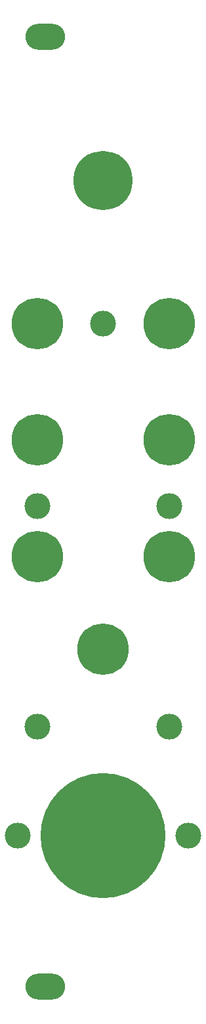
<source format=gbs>
G04 #@! TF.GenerationSoftware,KiCad,Pcbnew,(5.0.0-rc2)*
G04 #@! TF.CreationDate,2020-07-08T18:40:00+03:00*
G04 #@! TF.ProjectId,MIDIPNL2,4D494449504E4C322E6B696361645F70,rev?*
G04 #@! TF.SameCoordinates,PX23c3460PY84157a0*
G04 #@! TF.FileFunction,Soldermask,Bot*
G04 #@! TF.FilePolarity,Negative*
%FSLAX46Y46*%
G04 Gerber Fmt 4.6, Leading zero omitted, Abs format (unit mm)*
G04 Created by KiCad (PCBNEW (5.0.0-rc2)) date Wed Jul  8 18:40:00 2020*
%MOMM*%
%LPD*%
G01*
G04 APERTURE LIST*
%ADD10C,6.640000*%
%ADD11C,7.640000*%
%ADD12O,5.140000X3.340000*%
%ADD13C,3.340000*%
%ADD14C,16.140000*%
G04 APERTURE END LIST*
D10*
G04 #@! TO.C,Ref\002A\002A*
X15000000Y46500000D03*
G04 #@! TD*
D11*
G04 #@! TO.C,Ref\002A\002A*
X15000000Y107000000D03*
G04 #@! TD*
D12*
G04 #@! TO.C,X*
X7500000Y125500000D03*
G04 #@! TD*
G04 #@! TO.C,X*
X7500000Y3000000D03*
G04 #@! TD*
D13*
G04 #@! TO.C,Ref\002A\002A*
X6500000Y36500000D03*
G04 #@! TD*
G04 #@! TO.C,Ref\002A\002A*
X23500000Y36500000D03*
G04 #@! TD*
G04 #@! TO.C,Ref\002A\002A*
X6500000Y65000000D03*
G04 #@! TD*
G04 #@! TO.C,Ref\002A\002A*
X23500000Y65000000D03*
G04 #@! TD*
G04 #@! TO.C,Ref\002A\002A*
X15000000Y88500000D03*
G04 #@! TD*
D10*
G04 #@! TO.C,Ref\002A\002A*
X6500000Y88500000D03*
G04 #@! TD*
G04 #@! TO.C,Ref\002A\002A*
X23500000Y88500000D03*
G04 #@! TD*
G04 #@! TO.C,Ref\002A\002A*
X6500000Y73500000D03*
G04 #@! TD*
G04 #@! TO.C,Ref\002A\002A*
X23500000Y73500000D03*
G04 #@! TD*
G04 #@! TO.C,Ref\002A\002A*
X6500000Y58500000D03*
G04 #@! TD*
G04 #@! TO.C,Ref\002A\002A*
X23500000Y58500000D03*
G04 #@! TD*
D14*
G04 #@! TO.C,Ref\002A\002A*
X15000000Y22500000D03*
G04 #@! TD*
D13*
G04 #@! TO.C,Ref\002A\002A*
X4000000Y22500000D03*
G04 #@! TD*
G04 #@! TO.C,Ref\002A\002A*
X26000000Y22500000D03*
G04 #@! TD*
M02*

</source>
